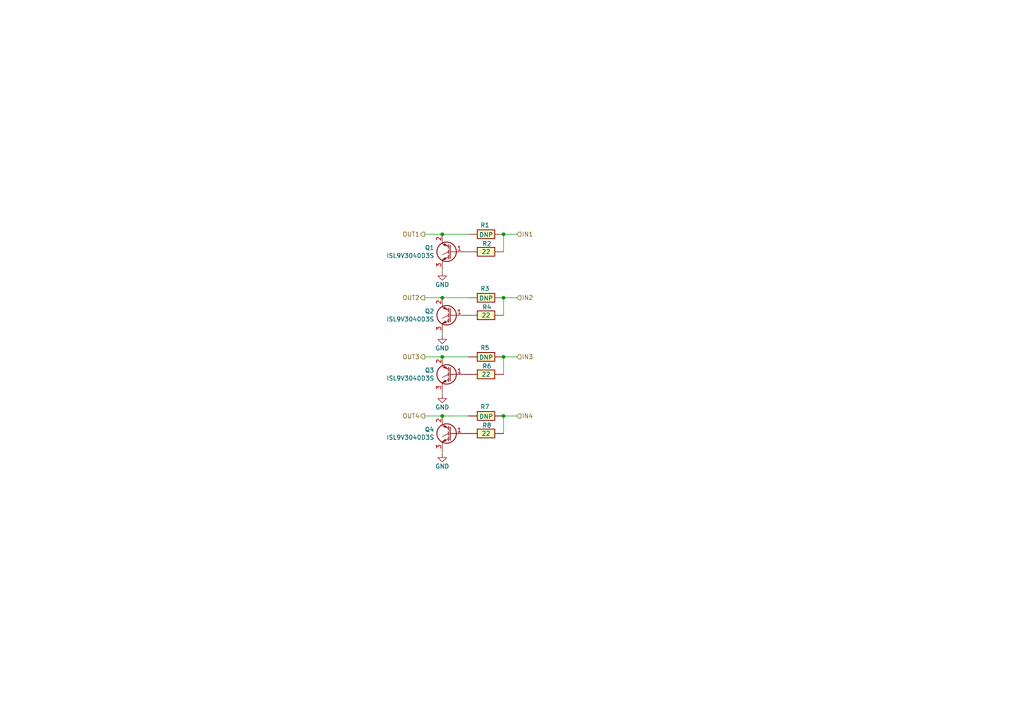
<source format=kicad_sch>
(kicad_sch (version 20230121) (generator eeschema)
  (paper "A4")
  (lib_symbols
    (symbol "Device:Q_NIGBT_GCE" (pin_names (offset 0) hide)
      (property "Reference" "Q" (at 5.08 1.27 0))
      (property "Value" "Q_NIGBT_GCE" (at 5.08 -1.27 0))
      (symbol "Q_NIGBT_GCE_0_1"
        (polyline (pts (xy 0.762 -1.016) (xy 0.762 -2.032)) (stroke (width 0.254)))
        (polyline (pts (xy 0.762 0.508) (xy 0.762 -0.508)) (stroke (width 0.254)))
        (polyline (pts (xy 0.762 2.032) (xy 0.762 1.016)) (stroke (width 0.254)))
        (polyline (pts (xy 2.54 -2.413) (xy 0.762 -1.524)))
        (polyline (pts (xy 2.54 -0.889) (xy 0.762 0)))
        (polyline (pts (xy 2.54 2.413) (xy 0.762 1.524)))
        (polyline (pts (xy 0.254 1.905) (xy 0.254 -1.905) (xy 0.254 -1.905)) (stroke (width 0.254)))
        (polyline (pts (xy 1.397 -2.159) (xy 1.651 -1.651) (xy 2.54 -2.413) (xy 1.397 -2.159)) (fill (type outline)))
        (polyline (pts (xy 2.159 1.905) (xy 1.905 2.413) (xy 1.016 1.651) (xy 2.159 1.905)) (fill (type outline)))
        (circle (center 1.27 0) (radius 2.8194) (stroke (width 0.254)))
      )
      (symbol "Q_NIGBT_GCE_1_1"
        (pin input line (at -5.08 0 0) (length 5.334) (name "G") (number "1"))
        (pin passive line (at 2.54 5.08 270) (length 2.54) (name "C") (number "2"))
        (pin passive line (at 2.54 -5.08 90) (length 2.54) (name "E") (number "3"))
      )
    )
    (symbol "hellen-one-common:Res" (pin_numbers hide)
      (property "Reference" "R" (at 3.81 2.54 0))
      (property "Value" "Res" (at 5.08 -2.54 0))
      (symbol "Res_1_0"
        (rectangle (start 2.54 -1.27) (end 7.62 1.27) (stroke (width 0.254)) (fill (type background)))
        (pin passive line (at 0 0 0) (length 2.54) (name "") (number "1"))
        (pin passive line (at 10.16 0 180) (length 2.54) (name "") (number "2"))
      )
    )
    (symbol "power:GND" (power) (pin_names (offset 0))
      (property "Value" "GND" (at 0 -3.81 0))
      (symbol "GND_0_1"
        (polyline (pts (xy 0 0) (xy 0 -1.27) (xy 1.27 -1.27) (xy 0 -2.54) (xy -1.27 -1.27) (xy 0 -1.27)))
      )
      (symbol "GND_1_1"
        (pin power_in line (at 0 0 270) (length 0) hide (name "GND") (number "1"))
      )
    )
  )
  (junction (at 128.27 86.36))
  (junction (at 146.05 86.36))
  (junction (at 128.27 67.945))
  (junction (at 146.05 120.65))
  (junction (at 146.05 103.505))
  (junction (at 128.27 103.505))
  (junction (at 128.27 120.65))
  (junction (at 146.05 67.945))
  (wire (pts (xy 128.27 67.945) (xy 135.89 67.945)))
  (wire (pts (xy 146.05 86.36) (xy 146.05 91.44)))
  (wire (pts (xy 146.05 67.945) (xy 146.05 73.025)))
  (wire (pts (xy 146.05 103.505) (xy 149.86 103.505)))
  (wire (pts (xy 123.19 120.65) (xy 128.27 120.65)))
  (wire (pts (xy 123.19 67.945) (xy 128.27 67.945)))
  (wire (pts (xy 146.05 103.505) (xy 146.05 108.585)))
  (wire (pts (xy 128.27 103.505) (xy 135.89 103.505)))
  (wire (pts (xy 146.05 86.36) (xy 149.86 86.36)))
  (wire (pts (xy 128.27 131.445) (xy 128.27 130.81)))
  (wire (pts (xy 128.27 114.3) (xy 128.27 113.665)))
  (wire (pts (xy 146.05 120.65) (xy 146.05 125.73)))
  (wire (pts (xy 146.05 120.65) (xy 149.86 120.65)))
  (wire (pts (xy 123.19 86.36) (xy 128.27 86.36)))
  (wire (pts (xy 128.27 86.36) (xy 135.89 86.36)))
  (wire (pts (xy 123.19 103.505) (xy 128.27 103.505)))
  (wire (pts (xy 128.27 97.155) (xy 128.27 96.52)))
  (wire (pts (xy 128.27 78.74) (xy 128.27 78.105)))
  (wire (pts (xy 128.27 120.65) (xy 135.89 120.65)))
  (wire (pts (xy 146.05 67.945) (xy 149.86 67.945)))
  (hierarchical_label "IN1" (shape input) (at 149.86 67.945 0))
  (hierarchical_label "OUT3" (shape output) (at 123.19 103.505 180))
  (hierarchical_label "OUT1" (shape output) (at 123.19 67.945 180))
  (hierarchical_label "IN2" (shape input) (at 149.86 86.36 0))
  (hierarchical_label "IN3" (shape input) (at 149.86 103.505 0))
  (hierarchical_label "OUT4" (shape output) (at 123.19 120.65 180))
  (hierarchical_label "OUT2" (shape output) (at 123.19 86.36 180))
  (hierarchical_label "IN4" (shape input) (at 149.86 120.65 0))
  (symbol (lib_id "hellen-one-common:Res") (at 146.05 67.945 0) (mirror y) (unit 1)
    (property "Reference" "R1" (at 140.6496 65.3003 0))
    (property "Value" "DNP" (at 140.9965 68.1077 0))
    (property "Footprint" "Resistor_SMD:R_2512_6332Metric" (effects hide))
  )
  (symbol (lib_id "Device:Q_NIGBT_GCE") (at 130.81 125.73 0) (mirror y) (unit 1)
    (property "Reference" "Q4" (at 125.9586 124.5616 0) (effects (justify left)))
    (property "Value" "ISL9V3040D3S" (at 125.9586 126.873 0) (effects (justify left)))
    (property "Footprint" "Package_TO_SOT_SMD:TO-252-2" (effects hide))
    (property "LCSC" "C462128" (effects hide))
  )
  (symbol (lib_id "power:GND") (at 128.27 78.74 0) (unit 1)
    (property "Reference" "#PWR01" (effects hide))
    (property "Value" "GND" (at 128.27 82.55 0))
  )
  (symbol (lib_id "hellen-one-common:Res") (at 135.89 73.025 0) (mirror x) (unit 1)
    (property "Reference" "R2" (at 141.212 70.6768 0))
    (property "Value" "22" (at 140.97 73.025 0))
    (property "Footprint" "hellen-one-common:R0603" (effects hide))
    (property "LCSC" "C23345" (effects hide))
  )
  (symbol (lib_id "Device:Q_NIGBT_GCE") (at 130.81 108.585 0) (mirror y) (unit 1)
    (property "Reference" "Q3" (at 125.9586 107.4166 0) (effects (justify left)))
    (property "Value" "ISL9V3040D3S" (at 125.9586 109.728 0) (effects (justify left)))
    (property "Footprint" "Package_TO_SOT_SMD:TO-252-2" (effects hide))
    (property "LCSC" "C462128" (effects hide))
  )
  (symbol (lib_id "hellen-one-common:Res") (at 135.89 91.44 0) (mirror x) (unit 1)
    (property "Reference" "R4" (at 141.212 89.0918 0))
    (property "Value" "22" (at 140.97 91.44 0))
    (property "Footprint" "hellen-one-common:R0603" (effects hide))
    (property "LCSC" "C23345" (effects hide))
  )
  (symbol (lib_id "hellen-one-common:Res") (at 146.05 120.65 0) (mirror y) (unit 1)
    (property "Reference" "R7" (at 140.6496 118.0053 0))
    (property "Value" "DNP" (at 140.9965 120.8127 0))
    (property "Footprint" "Resistor_SMD:R_2512_6332Metric" (effects hide))
  )
  (symbol (lib_id "power:GND") (at 128.27 97.155 0) (unit 1)
    (property "Reference" "#PWR02" (effects hide))
    (property "Value" "GND" (at 128.27 100.965 0))
  )
  (symbol (lib_id "hellen-one-common:Res") (at 146.05 103.505 0) (mirror y) (unit 1)
    (property "Reference" "R5" (at 140.6496 100.8603 0))
    (property "Value" "DNP" (at 140.9965 103.6677 0))
    (property "Footprint" "Resistor_SMD:R_2512_6332Metric" (effects hide))
  )
  (symbol (lib_id "hellen-one-common:Res") (at 146.05 86.36 0) (mirror y) (unit 1)
    (property "Reference" "R3" (at 140.6496 83.7153 0))
    (property "Value" "DNP" (at 140.9965 86.5227 0))
    (property "Footprint" "Resistor_SMD:R_2512_6332Metric" (effects hide))
  )
  (symbol (lib_id "hellen-one-common:Res") (at 135.89 108.585 0) (mirror x) (unit 1)
    (property "Reference" "R6" (at 141.212 106.2368 0))
    (property "Value" "22" (at 140.97 108.585 0))
    (property "Footprint" "hellen-one-common:R0603" (effects hide))
    (property "LCSC" "C23345" (effects hide))
  )
  (symbol (lib_id "power:GND") (at 128.27 114.3 0) (unit 1)
    (property "Reference" "#PWR03" (effects hide))
    (property "Value" "GND" (at 128.27 118.11 0))
  )
  (symbol (lib_id "Device:Q_NIGBT_GCE") (at 130.81 91.44 0) (mirror y) (unit 1)
    (property "Reference" "Q2" (at 125.9586 90.2716 0) (effects (justify left)))
    (property "Value" "ISL9V3040D3S" (at 125.9586 92.583 0) (effects (justify left)))
    (property "Footprint" "Package_TO_SOT_SMD:TO-252-2" (effects hide))
    (property "LCSC" "C462128" (effects hide))
  )
  (symbol (lib_id "Device:Q_NIGBT_GCE") (at 130.81 73.025 0) (mirror y) (unit 1)
    (property "Reference" "Q1" (at 125.9586 71.8566 0) (effects (justify left)))
    (property "Value" "ISL9V3040D3S" (at 125.9586 74.168 0) (effects (justify left)))
    (property "Footprint" "Package_TO_SOT_SMD:TO-252-2" (effects hide))
    (property "LCSC" "C462128" (effects hide))
  )
  (symbol (lib_id "power:GND") (at 128.27 131.445 0) (unit 1)
    (property "Reference" "#PWR04" (effects hide))
    (property "Value" "GND" (at 128.27 135.255 0))
  )
  (symbol (lib_id "hellen-one-common:Res") (at 135.89 125.73 0) (mirror x) (unit 1)
    (property "Reference" "R8" (at 141.212 123.3818 0))
    (property "Value" "22" (at 140.97 125.73 0))
    (property "Footprint" "hellen-one-common:R0603" (effects hide))
    (property "LCSC" "C23345" (effects hide))
  )
)
</source>
